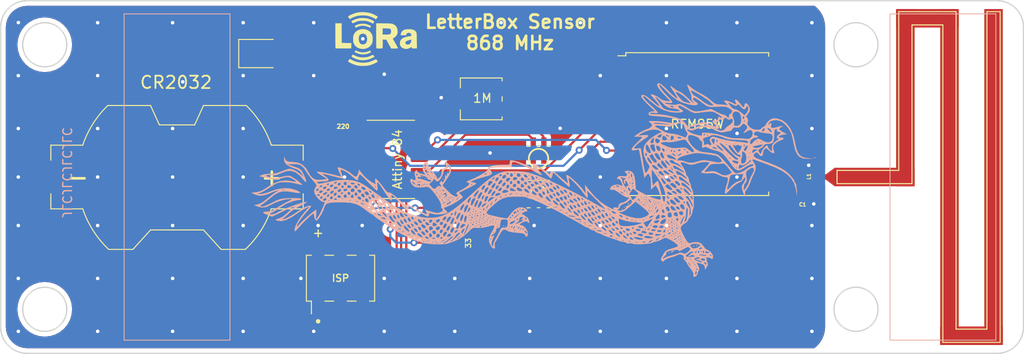
<source format=kicad_pcb>
(kicad_pcb (version 20171130) (host pcbnew "(5.1.2-1)-1")
  (layers (0 F.Cu signal) (31 B.Cu signal) (34 B.Paste user) (35 F.Paste user) (36 B.SilkS user) (37 F.SilkS user) (38 B.Mask user) (39 F.Mask user) (44 Edge.Cuts user))
  (net 0 "")
  (net 1 +3V3)
  (net 2 "Net-(U1-Pad2)")
  (net 3 "Net-(D1-Pad4)")
  (net 4 "Net-(D1-Pad3)")
  (net 5 "Net-(R2-Pad1)")
  (net 6 "Net-(U1-Pad12)")
  (net 7 "Net-(R1-Pad1)")
  (net 8 "Net-(U1-Pad13)")
  (net 9 GND)
  (net 10 "Net-(D2-Pad2)")
  (net 11 "Net-(D1-Pad1)")
  (net 12 "Net-(U2-Pad16)")
  (net 13 "Net-(U2-Pad15)")
  (net 14 "Net-(U2-Pad12)")
  (net 15 "Net-(U2-Pad11)")
  (net 16 "Net-(AE1-Pad1)")
  (net 17 "Net-(U2-Pad7)")
  (net 18 RST)
  (net 19 MOSI)
  (net 20 SCK)
  (net 21 MISO)
  (net 22 "Net-(C1-Pad1)")
  (net 23 "Net-(U1-Pad3)")
  (module Battery:BatteryHolder_Keystone_1058_1x2032 (layer F.Cu) (at 120 87.5 180)
    (fp_text reference CR2032 (at 0.112 10.7285) (layer F.SilkS) (effects (font (size 1.4 1.4) (thickness 0.2))))
    (fp_text value Conn_01x02)
    (pad 2 smd rect (at 14.68 0 180) (size 2.54 3.51) (layers F.Cu F.Paste F.Mask) (net 9 GND))
    (pad 1 smd rect (at -14.68 0 180) (size 2.54 3.51) (layers F.Cu F.Paste F.Mask) (net 1 +3V3))
  )
  (module Resistor_SMD:R_1206_3216Metric (layer F.Cu) (at 153 95)
    (fp_text reference R1)
    (fp_text value 33 (at 0.035 -0.004 270) (layer F.SilkS) (effects (font (size 0.6 0.6) (thickness 0.12))))
    (pad 2 smd roundrect (at 1.4 0) (size 1.25 1.75) (layers F.Cu F.Paste F.Mask) (roundrect_rratio 0.2) (net 11 "Net-(D1-Pad1)"))
    (pad 1 smd roundrect (at -1.4 0) (size 1.25 1.75) (layers F.Cu F.Paste F.Mask) (roundrect_rratio 0.2) (net 7 "Net-(R1-Pad1)"))
  )
  (module Resistor_SMD:R_1206_3216Metric (layer F.Cu) (at 138.8364 81.7372 90)
    (fp_text reference R2)
    (fp_text value 220 (at -0.031 -0.005 180) (layer F.SilkS) (effects (font (size 0.5 0.5) (thickness 0.125))))
    (pad 2 smd roundrect (at 1.4 0 90) (size 1.25 1.75) (layers F.Cu F.Paste F.Mask) (roundrect_rratio 0.2) (net 10 "Net-(D2-Pad2)"))
    (pad 1 smd roundrect (at -1.4 0 90) (size 1.25 1.75) (layers F.Cu F.Paste F.Mask) (roundrect_rratio 0.2) (net 5 "Net-(R2-Pad1)"))
  )
  (module Capacitor_SMD:C_0603_1608Metric_Pad1.05x0.95mm_HandSolder (layer F.Cu) (at 190.881 90.6145 270)
    (fp_text reference C1 (at 0.0082 -0.0627 180) (layer F.SilkS) (effects (font (size 0.4 0.4) (thickness 0.1))))
    (fp_text value C_Small)
    (pad 2 smd roundrect (at 0.875 0 270) (size 1.05 0.95) (layers F.Cu F.Paste F.Mask) (net 9 GND))
    (pad 1 smd roundrect (at -0.875 0 270) (size 1.05 0.95) (layers F.Cu F.Paste F.Mask) (net 22 "Net-(C1-Pad1)"))
  )
  (module Inductor_SMD:L_0603_1608Metric (layer F.Cu) (at 191.6692 87.4936 180)
    (fp_text reference L1 (at 0 0.0541 90) (layer F.SilkS) (effects (font (size 0.4 0.4) (thickness 0.1))))
    (fp_text value L)
    (pad 2 smd roundrect (at 0.7875 0 180) (size 0.875 0.95) (layers F.Cu F.Paste F.Mask) (net 22 "Net-(C1-Pad1)"))
    (pad 1 smd roundrect (at -0.7875 0 180) (size 0.875 0.95) (layers F.Cu F.Paste F.Mask) (net 16 "Net-(AE1-Pad1)"))
  )
  (module Package_DIP:HSDL-9100 (layer F.Cu) (at 161 87.5 90)
    (fp_text reference D1)
    (fp_text value HSDL-9100-021)
    (pad 4 smd rect (at 3 -0.6 90) (size 3 0.6) (layers F.Cu F.Paste F.Mask) (net 3 "Net-(D1-Pad4)"))
    (pad 2 smd rect (at -3 0.6 90) (size 3 0.6) (layers F.Cu F.Paste F.Mask) (net 9 GND))
    (pad 3 smd rect (at 3 0.6 90) (size 3 0.6) (layers F.Cu F.Paste F.Mask) (net 4 "Net-(D1-Pad3)"))
    (pad 1 smd rect (at -3 -0.6 90) (size 3 0.6) (layers F.Cu F.Paste F.Mask) (net 11 "Net-(D1-Pad1)"))
  )
  (module Antennas:TI-DN024-SL-SHORT (layer F.Cu) (at 207.6 87.5 270)
    (fp_text reference AE1)
    (fp_text value Antenna)
    (fp_poly (pts (xy -0.25 13.9954) (xy 0.25 13.9954) (xy 0.25 14.25) (xy -0.25 14.25)) (layer F.Cu) (width 0.1))
    (fp_poly (pts (xy 1 13) (xy -1 13) (xy -0.25 14) (xy 0.25 14)) (layer F.Cu) (width 0.1))
    (fp_poly (pts (xy 1 13) (xy -1 13) (xy -1 4) (xy 1 4)) (layer F.Cu) (width 0.1))
    (fp_poly (pts (xy -19 6) (xy 1 6) (xy 1 4) (xy -19 4)) (layer F.Cu) (width 0.1))
    (fp_poly (pts (xy -19 -1) (xy -19 6) (xy -17 6) (xy -17 -1)) (layer F.Cu) (width 0.1))
    (fp_poly (pts (xy 19 1) (xy -19 1) (xy -19 -1) (xy 19 -1)) (layer F.Cu) (width 0.1))
    (fp_poly (pts (xy 19 -6) (xy 19 1) (xy 17 1) (xy 17 -6)) (layer F.Cu) (width 0.1))
    (fp_poly (pts (xy -19 -4) (xy 19 -4) (xy 19 -6) (xy -19 -6)) (layer F.Cu) (width 0.1))
    (pad 1 smd rect (at 0 14.2 270) (size 0.6 0.2) (layers F.Cu F.Paste F.Mask) (net 16 "Net-(AE1-Pad1)"))
  )
  (module RF_Module:HOPERF_RFM9XW_SMD (layer F.Cu) (at 179 81.5)
    (fp_text reference U2)
    (fp_text value RFM95W (at 0 0) (layer F.SilkS))
    (pad 16 smd rect (at 8 -7) (size 2 1) (layers F.Cu F.Paste F.Mask) (net 12 "Net-(U2-Pad16)"))
    (pad 15 smd rect (at 8 -5) (size 2 1) (layers F.Cu F.Paste F.Mask) (net 13 "Net-(U2-Pad15)"))
    (pad 14 smd rect (at 8 -3) (size 2 1) (layers F.Cu F.Paste F.Mask) (net 2 "Net-(U1-Pad2)"))
    (pad 13 smd rect (at 8 -1) (size 2 1) (layers F.Cu F.Paste F.Mask) (net 1 +3V3))
    (pad 12 smd rect (at 8 1) (size 2 1) (layers F.Cu F.Paste F.Mask) (net 14 "Net-(U2-Pad12)"))
    (pad 11 smd rect (at 8 3) (size 2 1) (layers F.Cu F.Paste F.Mask) (net 15 "Net-(U2-Pad11)"))
    (pad 10 smd rect (at 8 5) (size 2 1) (layers F.Cu F.Paste F.Mask) (net 9 GND))
    (pad 9 smd rect (at 8 7) (size 2 1) (layers F.Cu F.Paste F.Mask) (net 22 "Net-(C1-Pad1)"))
    (pad 8 smd rect (at -8 7) (size 2 1) (layers F.Cu F.Paste F.Mask) (net 9 GND))
    (pad 7 smd rect (at -8 5) (size 2 1) (layers F.Cu F.Paste F.Mask) (net 17 "Net-(U2-Pad7)"))
    (pad 6 smd rect (at -8 3) (size 2 1) (layers F.Cu F.Paste F.Mask) (net 6 "Net-(U1-Pad12)"))
    (pad 5 smd rect (at -8 1) (size 2 1) (layers F.Cu F.Paste F.Mask) (net 23 "Net-(U1-Pad3)"))
    (pad 4 smd rect (at -8 -1) (size 2 1) (layers F.Cu F.Paste F.Mask) (net 20 SCK))
    (pad 3 smd rect (at -8 -3) (size 2 1) (layers F.Cu F.Paste F.Mask) (net 21 MISO))
    (pad 2 smd rect (at -8 -5) (size 2 1) (layers F.Cu F.Paste F.Mask) (net 19 MOSI))
    (pad 1 smd rect (at -8 -7) (size 2 1) (layers F.Cu F.Paste F.Mask) (net 9 GND))
  )
  (module Package_SO:SOIC-14_3.9x8.7mm_P1.27mm (layer F.Cu) (at 145 85.5)
    (fp_text reference "Attiny 84" (at 0 0 90) (layer F.SilkS))
    (fp_text value ATtiny84-20PU)
    (pad 14 smd roundrect (at 2.475 -3.81) (size 1.95 0.6) (layers F.Cu F.Paste F.Mask) (net 9 GND))
    (pad 13 smd roundrect (at 2.475 -2.54) (size 1.95 0.6) (layers F.Cu F.Paste F.Mask) (net 8 "Net-(U1-Pad13)"))
    (pad 12 smd roundrect (at 2.475 -1.27) (size 1.95 0.6) (layers F.Cu F.Paste F.Mask) (net 6 "Net-(U1-Pad12)"))
    (pad 11 smd roundrect (at 2.475 0) (size 1.95 0.6) (layers F.Cu F.Paste F.Mask) (net 4 "Net-(D1-Pad3)"))
    (pad 10 smd roundrect (at 2.475 1.27) (size 1.95 0.6) (layers F.Cu F.Paste F.Mask) (net 3 "Net-(D1-Pad4)"))
    (pad 9 smd roundrect (at 2.475 2.54) (size 1.95 0.6) (layers F.Cu F.Paste F.Mask) (net 20 SCK))
    (pad 8 smd roundrect (at 2.475 3.81) (size 1.95 0.6) (layers F.Cu F.Paste F.Mask) (net 21 MISO))
    (pad 7 smd roundrect (at -2.475 3.81) (size 1.95 0.6) (layers F.Cu F.Paste F.Mask) (net 19 MOSI))
    (pad 6 smd roundrect (at -2.475 2.54) (size 1.95 0.6) (layers F.Cu F.Paste F.Mask) (net 7 "Net-(R1-Pad1)"))
    (pad 5 smd roundrect (at -2.475 1.27) (size 1.95 0.6) (layers F.Cu F.Paste F.Mask) (net 5 "Net-(R2-Pad1)"))
    (pad 4 smd roundrect (at -2.475 0) (size 1.95 0.6) (layers F.Cu F.Paste F.Mask) (net 18 RST))
    (pad 3 smd roundrect (at -2.475 -1.27) (size 1.95 0.6) (layers F.Cu F.Paste F.Mask) (net 23 "Net-(U1-Pad3)"))
    (pad 2 smd roundrect (at -2.475 -2.54) (size 1.95 0.6) (layers F.Cu F.Paste F.Mask) (net 2 "Net-(U1-Pad2)"))
    (pad 1 smd roundrect (at -2.475 -3.81) (size 1.95 0.6) (layers F.Cu F.Paste F.Mask) (net 1 +3V3))
  )
  (module Connector_PinHeader_2.54mm:PinHeader_2x03_P2.54mm_Vertical_SMD (layer F.Cu) (at 138.54 98.975 90)
    (fp_text reference ISP (at 0 0) (layer F.SilkS) (effects (font (size 0.8 0.8))))
    (fp_text value AVR-ISP-6)
    (fp_text user + (at 5.08 -2.6035 90) (layer F.SilkS))
    (pad "" connect circle (at -4.8895 -2.54 90) (size 0.5 0.5) (layers F.SilkS))
    (pad 6 smd rect (at 2.525 2.54 90) (size 3.15 1) (layers F.Cu F.Paste F.Mask) (net 9 GND))
    (pad 5 smd rect (at -2.525 2.54 90) (size 3.15 1) (layers F.Cu F.Paste F.Mask) (net 18 RST))
    (pad 4 smd rect (at 2.525 0 90) (size 3.15 1) (layers F.Cu F.Paste F.Mask) (net 19 MOSI))
    (pad 3 smd rect (at -2.525 0 90) (size 3.15 1) (layers F.Cu F.Paste F.Mask) (net 20 SCK))
    (pad 2 smd rect (at 2.525 -2.54 90) (size 3.15 1) (layers F.Cu F.Paste F.Mask) (net 1 +3V3))
    (pad 1 smd rect (at -2.525 -2.54 90) (size 3.15 1) (layers F.Cu F.Paste F.Mask) (net 21 MISO))
  )
  (module Logos:LoRa (layer F.Cu) (at 142.9004 71.882)
    (fp_text reference G*** hide)
    (fp_text value LOGO hide)
  )
  (module Logos:dragon3 (layer B.Cu) (at 160.5 88 180)
    (fp_text reference G*** hide)
    (fp_text value LOGO hide)
  )
  (module LED_SMD:LED_PLCC_2835_Handsoldering (layer F.Cu) (at 129.5 73.5)
    (fp_text reference D2)
    (fp_text value LED)
    (pad 2 smd rect (at 1.525 0) (size 1.55 2.2) (layers F.Cu F.Paste F.Mask) (net 10 "Net-(D2-Pad2)"))
    (pad 1 smd rect (at -1.05 0) (size 2.5 2.2) (layers F.Cu F.Paste F.Mask) (net 9 GND))
  )
  (module Potentiometer_SMD:Potentiometer_Bourns_3314G_Vertical (layer F.Cu) (at 154.5 78.6384 270)
    (fp_text reference R3)
    (fp_text value 1M (at -0.0715 -0.132) (layer F.SilkS))
    (pad 3 smd rect (at -1.15 -2.75 270) (size 1.3 1.3) (layers F.Cu F.Paste F.Mask))
    (pad 2 smd rect (at 0 2.75 270) (size 2 1.3) (layers F.Cu F.Paste F.Mask) (net 9 GND))
    (pad 1 smd rect (at 1.15 -2.75 270) (size 1.3 1.3) (layers F.Cu F.Paste F.Mask) (net 4 "Net-(D1-Pad3)"))
  )
  (gr_text JLCJLCJLCJLC (at 107.5 87 270) (layer B.SilkS) (effects (font (size 1 1)) (justify mirror)))
  (gr_line (start 212.8595 69) (end 212.8595 106) (layer B.SilkS) (width 0.1))
  (gr_line (start 212.8595 106) (end 200.8595 106) (layer B.SilkS) (width 0.1))
  (gr_line (start 200.8595 106) (end 200.8595 69) (layer B.SilkS) (width 0.1))
  (gr_line (start 200.8595 69) (end 212.8595 69) (layer B.SilkS) (width 0.1))
  (gr_line (start 114 106) (end 114 69) (layer B.SilkS) (width 0.1))
  (gr_line (start 126 106) (end 114 106) (layer B.SilkS) (width 0.1))
  (gr_line (start 126 69) (end 126 106) (layer B.SilkS) (width 0.1))
  (gr_line (start 114 69) (end 126 69) (layer B.SilkS) (width 0.1))
  (gr_text - (at 108.75 87.5) (layer F.SilkS) (effects (font (size 2 2) (thickness 0.3))))
  (gr_text + (at 130.75 87.5) (layer F.SilkS) (effects (font (size 2 2) (thickness 0.3))))
  (gr_arc (start 103 104.5) (end 100 104.5) (angle -90) (layer Edge.Cuts) (width 0.15))
  (gr_arc (start 103 70.5) (end 103 67.5) (angle -90) (layer Edge.Cuts) (width 0.15))
  (gr_arc (start 213 104.5) (end 213 107.5) (angle -90) (layer Edge.Cuts) (width 0.15))
  (gr_arc (start 213 70.5) (end 216 70.5) (angle -90) (layer Edge.Cuts) (width 0.15))
  (gr_text "LetterBox Sensor\n868 MHz" (at 157.7594 71.1) (layer F.SilkS) (effects (font (size 1.5 1.5) (thickness 0.3))))
  (gr_circle (center 197 72.5) (end 197 75) (layer Edge.Cuts) (width 0.15))
  (gr_circle (center 197 102.5) (end 197 105) (layer Edge.Cuts) (width 0.15))
  (gr_circle (center 105 102.5) (end 105 105) (layer Edge.Cuts) (width 0.15))
  (gr_circle (center 105 72.5) (end 105 70) (layer Edge.Cuts) (width 0.15))
  (gr_line (start 100 104.5) (end 100 70.5) (layer Edge.Cuts) (width 0.15))
  (gr_line (start 213 107.5) (end 103 107.5) (layer Edge.Cuts) (width 0.15))
  (gr_line (start 216 70.5) (end 216 104.5) (layer Edge.Cuts) (width 0.15))
  (gr_line (start 103 67.5) (end 213 67.5) (layer Edge.Cuts) (width 0.15))
  (segment (start 134.68 89.505) (end 134.68 87.5) (width 0.25) (layer F.Cu) (net 1))
  (segment (start 135.25 96.45) (end 134.68 95.88) (width 0.25) (layer F.Cu) (net 1))
  (segment (start 134.68 95.88) (end 134.68 89.505) (width 0.25) (layer F.Cu) (net 1))
  (segment (start 136 96.45) (end 135.25 96.45) (width 0.25) (layer F.Cu) (net 1))
  (segment (start 142.525 81.69) (end 135.8356 81.69) (width 0.75) (layer F.Cu) (net 1))
  (segment (start 134.68 82.8456) (end 134.68 87.5) (width 0.75) (layer F.Cu) (net 1))
  (segment (start 135.8356 81.69) (end 134.68 82.8456) (width 0.75) (layer F.Cu) (net 1))
  (segment (start 142.525 78.709) (end 146.812 74.422) (width 0.75) (layer F.Cu) (net 1))
  (segment (start 185.148 80.5) (end 187 80.5) (width 0.75) (layer F.Cu) (net 1))
  (segment (start 164.973 74.422) (end 167.894 71.501) (width 0.75) (layer F.Cu) (net 1))
  (segment (start 146.812 74.422) (end 164.973 74.422) (width 0.75) (layer F.Cu) (net 1))
  (segment (start 142.525 81.69) (end 142.525 78.709) (width 0.75) (layer F.Cu) (net 1))
  (segment (start 167.894 71.501) (end 176.149 71.501) (width 0.75) (layer F.Cu) (net 1))
  (segment (start 176.149 71.501) (end 185.148 80.5) (width 0.75) (layer F.Cu) (net 1))
  (segment (start 188.177 81.5) (end 188.75 80.927) (width 0.25) (layer F.Cu) (net 2))
  (segment (start 175.4632 72.4916) (end 184.4716 81.5) (width 0.25) (layer F.Cu) (net 2))
  (segment (start 168.5084 72.4916) (end 175.4632 72.4916) (width 0.25) (layer F.Cu) (net 2))
  (segment (start 147.2594 75.397) (end 165.603 75.397) (width 0.25) (layer F.Cu) (net 2))
  (segment (start 165.603 75.397) (end 168.5084 72.4916) (width 0.25) (layer F.Cu) (net 2))
  (segment (start 143.9672 78.6892) (end 147.2594 75.397) (width 0.25) (layer F.Cu) (net 2))
  (segment (start 184.4716 81.5) (end 188.177 81.5) (width 0.25) (layer F.Cu) (net 2))
  (segment (start 143.9672 82.5928) (end 143.9672 78.6892) (width 0.25) (layer F.Cu) (net 2))
  (segment (start 143.6 82.96) (end 143.9672 82.5928) (width 0.25) (layer F.Cu) (net 2))
  (segment (start 142.525 82.96) (end 143.6 82.96) (width 0.25) (layer F.Cu) (net 2))
  (segment (start 188.1645 78.5) (end 187 78.5) (width 0.25) (layer F.Cu) (net 2))
  (segment (start 188.75 79.0855) (end 188.1645 78.5) (width 0.25) (layer F.Cu) (net 2))
  (segment (start 188.75 80.927) (end 188.75 79.0855) (width 0.25) (layer F.Cu) (net 2))
  (segment (start 160.45 83.3) (end 160.45 84.5) (width 0.25) (layer F.Cu) (net 3))
  (segment (start 159.8524 82.7024) (end 160.45 83.3) (width 0.25) (layer F.Cu) (net 3))
  (segment (start 152.7048 82.7024) (end 159.8524 82.7024) (width 0.25) (layer F.Cu) (net 3))
  (segment (start 148.6372 86.77) (end 152.7048 82.7024) (width 0.25) (layer F.Cu) (net 3))
  (segment (start 147.475 86.77) (end 148.6372 86.77) (width 0.25) (layer F.Cu) (net 3))
  (segment (start 148.55 85.5) (end 152.0588 81.9912) (width 0.25) (layer F.Cu) (net 4))
  (segment (start 147.475 85.5) (end 148.55 85.5) (width 0.25) (layer F.Cu) (net 4))
  (segment (start 161.55 82.8996) (end 161.55 84.5) (width 0.25) (layer F.Cu) (net 4))
  (segment (start 160.6416 81.9912) (end 161.55 82.8996) (width 0.25) (layer F.Cu) (net 4))
  (segment (start 159.8676 81.9912) (end 160.6416 81.9912) (width 0.25) (layer F.Cu) (net 4))
  (segment (start 158.25 81.9824) (end 158.2412 81.9912) (width 0.25) (layer F.Cu) (net 4))
  (segment (start 158.2412 81.9912) (end 159.8676 81.9912) (width 0.25) (layer F.Cu) (net 4))
  (segment (start 157.3022 81.9912) (end 157.25 81.939) (width 0.25) (layer F.Cu) (net 4))
  (segment (start 157.25 81.939) (end 157.25 79.7884) (width 0.25) (layer F.Cu) (net 4))
  (segment (start 152.0588 81.9912) (end 157.3022 81.9912) (width 0.25) (layer F.Cu) (net 4))
  (segment (start 157.3022 81.9912) (end 158.2412 81.9912) (width 0.25) (layer F.Cu) (net 4))
  (segment (start 138.8364 83.1372) (end 140.0332 83.1372) (width 0.25) (layer F.Cu) (net 5))
  (segment (start 140.0332 83.1372) (end 140.6652 83.7692) (width 0.25) (layer F.Cu) (net 5))
  (segment (start 140.6652 86.2656) (end 141.1696 86.77) (width 0.25) (layer F.Cu) (net 5))
  (segment (start 140.6652 83.7692) (end 140.6652 86.2656) (width 0.25) (layer F.Cu) (net 5))
  (segment (start 141.1696 86.77) (end 142.525 86.77) (width 0.25) (layer F.Cu) (net 5))
  (via (at 149.5425 83.289147) (size 0.8) (drill 0.4) (layers F.Cu B.Cu) (net 6))
  (via (at 168.7068 84.4804) (size 0.8) (drill 0.4) (layers F.Cu B.Cu) (net 6))
  (segment (start 168.7264 84.5) (end 168.7068 84.4804) (width 0.25) (layer F.Cu) (net 6))
  (segment (start 171 84.5) (end 168.7264 84.5) (width 0.25) (layer F.Cu) (net 6))
  (segment (start 167.515547 83.289147) (end 168.7068 84.4804) (width 0.25) (layer B.Cu) (net 6))
  (segment (start 149.735547 83.289147) (end 167.515547 83.289147) (width 0.25) (layer B.Cu) (net 6))
  (segment (start 148.601647 84.23) (end 147.475 84.23) (width 0.25) (layer F.Cu) (net 6))
  (segment (start 149.5425 83.289147) (end 148.601647 84.23) (width 0.25) (layer F.Cu) (net 6))
  (via (at 144.182 93.4212) (size 0.8) (drill 0.4) (layers F.Cu B.Cu) (net 7))
  (via (at 146.8628 94.9452) (size 0.8) (drill 0.4) (layers F.Cu B.Cu) (net 7))
  (segment (start 151.5325 94.9325) (end 151.6 95) (width 0.25) (layer F.Cu) (net 7))
  (segment (start 143.8184 88.04) (end 142.525 88.04) (width 0.25) (layer F.Cu) (net 7))
  (segment (start 144.182 88.4036) (end 143.8184 88.04) (width 0.25) (layer F.Cu) (net 7))
  (segment (start 144.182 93.0275) (end 144.182 88.4036) (width 0.25) (layer F.Cu) (net 7))
  (segment (start 144.8424 94.9452) (end 146.8628 94.9452) (width 0.25) (layer B.Cu) (net 7))
  (segment (start 144.182 94.2848) (end 144.8424 94.9452) (width 0.25) (layer B.Cu) (net 7))
  (segment (start 151.5452 94.9452) (end 151.6 95) (width 0.25) (layer F.Cu) (net 7))
  (segment (start 146.8628 94.9452) (end 151.5452 94.9452) (width 0.25) (layer F.Cu) (net 7))
  (segment (start 144.182 94.2848) (end 144.182 93.4212) (width 0.25) (layer B.Cu) (net 7))
  (via (at 143.5 75.8444) (size 0.8) (drill 0.4) (layers F.Cu B.Cu) (net 9))
  (via (at 127.5 87.5) (size 0.8) (drill 0.4) (layers F.Cu B.Cu) (net 9))
  (via (at 139 87.5) (size 0.8) (drill 0.4) (layers F.Cu B.Cu) (net 9))
  (via (at 119.5 87.5) (size 0.8) (drill 0.4) (layers F.Cu B.Cu) (net 9))
  (via (at 111 87.5) (size 0.8) (drill 0.4) (layers F.Cu B.Cu) (net 9))
  (via (at 151.5 93) (size 0.8) (drill 0.4) (layers F.Cu B.Cu) (net 9))
  (via (at 127.5 76) (size 0.8) (drill 0.4) (layers F.Cu B.Cu) (net 9))
  (via (at 135.5 76) (size 0.8) (drill 0.4) (layers F.Cu B.Cu) (net 9))
  (via (at 168 93) (size 0.8) (drill 0.4) (layers F.Cu B.Cu) (net 9))
  (via (at 160.5 93) (size 0.8) (drill 0.4) (layers F.Cu B.Cu) (net 9))
  (via (at 143.5 99) (size 0.8) (drill 0.4) (layers F.Cu B.Cu) (net 9))
  (via (at 134.0485 98.9965) (size 0.8) (drill 0.4) (layers F.Cu B.Cu) (net 9))
  (via (at 168 87.5) (size 0.8) (drill 0.4) (layers F.Cu B.Cu) (net 9))
  (via (at 111 82) (size 0.8) (drill 0.4) (layers F.Cu B.Cu) (net 9))
  (via (at 119.5 82) (size 0.8) (drill 0.4) (layers F.Cu B.Cu) (net 9))
  (via (at 127.5 82) (size 0.8) (drill 0.4) (layers F.Cu B.Cu) (net 9))
  (via (at 127.5 93) (size 0.8) (drill 0.4) (layers F.Cu B.Cu) (net 9))
  (via (at 119.5 93) (size 0.8) (drill 0.4) (layers F.Cu B.Cu) (net 9))
  (via (at 111 93) (size 0.8) (drill 0.4) (layers F.Cu B.Cu) (net 9))
  (via (at 120.65 76.708) (size 0.8) (drill 0.4) (layers F.Cu B.Cu) (net 9))
  (via (at 119.5 99) (size 0.8) (drill 0.4) (layers F.Cu B.Cu) (net 9))
  (via (at 127.5 99) (size 0.8) (drill 0.4) (layers F.Cu B.Cu) (net 9))
  (via (at 183.515 82.55) (size 0.8) (drill 0.4) (layers F.Cu B.Cu) (net 9))
  (via (at 183.5 87.5) (size 0.8) (drill 0.4) (layers F.Cu B.Cu) (net 9))
  (via (at 175.5 93) (size 0.8) (drill 0.4) (layers F.Cu B.Cu) (net 9))
  (via (at 183.5 93) (size 0.8) (drill 0.4) (layers F.Cu B.Cu) (net 9))
  (via (at 175.5 70) (size 0.8) (drill 0.4) (layers F.Cu B.Cu) (net 9))
  (via (at 175.5 82) (size 0.8) (drill 0.4) (layers F.Cu B.Cu) (net 9))
  (via (at 175.5 99) (size 0.8) (drill 0.4) (layers F.Cu B.Cu) (net 9))
  (via (at 160 99) (size 0.8) (drill 0.4) (layers F.Cu B.Cu) (net 9))
  (via (at 168 99) (size 0.8) (drill 0.4) (layers F.Cu B.Cu) (net 9))
  (via (at 151.5 99) (size 0.8) (drill 0.4) (layers F.Cu B.Cu) (net 9))
  (via (at 168 76) (size 0.8) (drill 0.4) (layers F.Cu B.Cu) (net 9))
  (via (at 183.5 76) (size 0.8) (drill 0.4) (layers F.Cu B.Cu) (net 9))
  (via (at 183.5 99) (size 0.8) (drill 0.4) (layers F.Cu B.Cu) (net 9))
  (via (at 111 76) (size 0.8) (drill 0.4) (layers F.Cu B.Cu) (net 9))
  (via (at 111 99) (size 0.8) (drill 0.4) (layers F.Cu B.Cu) (net 9))
  (via (at 191.643 86.1695) (size 0.8) (drill 0.4) (layers F.Cu B.Cu) (net 9))
  (via (at 175.5 87.5) (size 0.8) (drill 0.4) (layers F.Cu B.Cu) (net 9))
  (via (at 102.0064 105.0036) (size 0.8) (drill 0.4) (layers F.Cu B.Cu) (net 9))
  (via (at 102.0064 69.9836) (size 0.8) (drill 0.4) (layers F.Cu B.Cu) (net 9))
  (via (at 155.5 84.7725) (size 0.8) (drill 0.4) (layers F.Cu B.Cu) (net 9))
  (via (at 192.2145 90.551) (size 0.8) (drill 0.4) (layers F.Cu B.Cu) (net 9))
  (via (at 136 93) (size 0.8) (drill 0.4) (layers F.Cu B.Cu) (net 9))
  (via (at 141 93) (size 0.8) (drill 0.4) (layers F.Cu B.Cu) (net 9))
  (via (at 163.449 81.9785) (size 0.8) (drill 0.4) (layers F.Cu B.Cu) (net 9))
  (via (at 168 105) (size 0.8) (drill 0.4) (layers F.Cu B.Cu) (net 9))
  (via (at 160 105) (size 0.8) (drill 0.4) (layers F.Cu B.Cu) (net 9))
  (via (at 151.5 105) (size 0.8) (drill 0.4) (layers F.Cu B.Cu) (net 9))
  (via (at 143.5 105.0036) (size 0.8) (drill 0.4) (layers F.Cu B.Cu) (net 9))
  (via (at 135.5 105) (size 0.8) (drill 0.4) (layers F.Cu B.Cu) (net 9))
  (via (at 127.5 105) (size 0.8) (drill 0.4) (layers F.Cu B.Cu) (net 9))
  (via (at 192 70) (size 0.8) (drill 0.4) (layers F.Cu B.Cu) (net 9))
  (via (at 183.5 70) (size 0.8) (drill 0.4) (layers F.Cu B.Cu) (net 9))
  (via (at 175.5 76) (size 0.8) (drill 0.4) (layers F.Cu B.Cu) (net 9))
  (via (at 156.75 70) (size 0.8) (drill 0.4) (layers F.Cu B.Cu) (net 9))
  (via (at 135.5 70) (size 0.8) (drill 0.4) (layers F.Cu B.Cu) (net 9))
  (via (at 127.5 70) (size 0.8) (drill 0.4) (layers F.Cu B.Cu) (net 9))
  (via (at 119.5 70) (size 0.8) (drill 0.4) (layers F.Cu B.Cu) (net 9))
  (via (at 111 70) (size 0.8) (drill 0.4) (layers F.Cu B.Cu) (net 9))
  (via (at 102 87.5) (size 0.8) (drill 0.4) (layers F.Cu B.Cu) (net 9))
  (via (at 102 93) (size 0.8) (drill 0.4) (layers F.Cu B.Cu) (net 9))
  (via (at 102 99) (size 0.8) (drill 0.4) (layers F.Cu B.Cu) (net 9))
  (via (at 102 76) (size 0.8) (drill 0.4) (layers F.Cu B.Cu) (net 9))
  (via (at 102 82) (size 0.8) (drill 0.4) (layers F.Cu B.Cu) (net 9))
  (via (at 175.5 105) (size 0.8) (drill 0.4) (layers F.Cu B.Cu) (net 9))
  (via (at 141.0716 71.8312) (size 0.8) (drill 0.4) (layers F.Cu B.Cu) (net 9))
  (via (at 192 99) (size 0.8) (drill 0.4) (layers F.Cu B.Cu) (net 9))
  (via (at 192 105) (size 0.8) (drill 0.4) (layers F.Cu B.Cu) (net 9))
  (via (at 165.75 70) (size 0.8) (drill 0.4) (layers F.Cu B.Cu) (net 9))
  (via (at 192 76) (size 0.8) (drill 0.4) (layers F.Cu B.Cu) (net 9))
  (via (at 192 82) (size 0.8) (drill 0.4) (layers F.Cu B.Cu) (net 9))
  (via (at 183.5 105) (size 0.8) (drill 0.4) (layers F.Cu B.Cu) (net 9))
  (via (at 192 93) (size 0.8) (drill 0.4) (layers F.Cu B.Cu) (net 9))
  (via (at 119.5 105) (size 0.8) (drill 0.4) (layers F.Cu B.Cu) (net 9))
  (via (at 149.9616 78.5) (size 0.8) (drill 0.4) (layers F.Cu B.Cu) (net 9))
  (via (at 111 105) (size 0.8) (drill 0.4) (layers F.Cu B.Cu) (net 9))
  (segment (start 139.618 80.563) (end 139.6365 80.5815) (width 0.25) (layer F.Cu) (net 10))
  (segment (start 138.8364 80.3372) (end 138.8364 76.3364) (width 0.25) (layer F.Cu) (net 10))
  (segment (start 136 73.5) (end 131.025 73.5) (width 0.25) (layer F.Cu) (net 10))
  (segment (start 138.8364 76.3364) (end 136 73.5) (width 0.25) (layer F.Cu) (net 10))
  (segment (start 154.45 94.95) (end 154.4 95) (width 0.25) (layer F.Cu) (net 11))
  (segment (start 157.15 95) (end 160.45 91.7) (width 0.25) (layer F.Cu) (net 11))
  (segment (start 160.45 91.7) (end 160.45 90.5) (width 0.25) (layer F.Cu) (net 11))
  (segment (start 154.4 95) (end 157.15 95) (width 0.25) (layer F.Cu) (net 11))
  (segment (start 192.4566 87.4935) (end 192.4567 87.4936) (width 0.25) (layer F.Cu) (net 16))
  (segment (start 193.2936 87.4936) (end 193.3 87.5) (width 0.25) (layer F.Cu) (net 16))
  (segment (start 192.4567 87.4936) (end 193.2936 87.4936) (width 0.59) (layer F.Cu) (net 16))
  (segment (start 143.3 85.5) (end 142.3 85.5) (width 0.25) (layer F.Cu) (net 18))
  (segment (start 144.907 87.107) (end 143.3 85.5) (width 0.25) (layer F.Cu) (net 18))
  (segment (start 144.907 99.7966) (end 144.907 87.107) (width 0.25) (layer F.Cu) (net 18))
  (segment (start 143.2036 101.5) (end 144.907 99.7966) (width 0.25) (layer F.Cu) (net 18))
  (segment (start 141.08 101.5) (end 143.2036 101.5) (width 0.25) (layer F.Cu) (net 18))
  (via (at 147 91) (size 0.8) (drill 0.4) (layers F.Cu B.Cu) (net 19))
  (segment (start 141.85 89.31) (end 142.3 89.31) (width 0.25) (layer F.Cu) (net 19))
  (segment (start 138.54 92.62) (end 141.85 89.31) (width 0.25) (layer F.Cu) (net 19))
  (segment (start 138.54 96.45) (end 138.54 92.62) (width 0.25) (layer F.Cu) (net 19))
  (via (at 142.5 90.75) (size 0.8) (drill 0.4) (layers F.Cu B.Cu) (net 19))
  (segment (start 142.525 89.31) (end 142.525 90.7598) (width 0.25) (layer F.Cu) (net 19))
  (segment (start 142.75 91) (end 142.5 90.75) (width 0.25) (layer B.Cu) (net 19))
  (segment (start 147 91) (end 142.75 91) (width 0.25) (layer B.Cu) (net 19))
  (segment (start 157.2664 88.25) (end 156.7584 88.25) (width 0.25) (layer F.Cu) (net 19))
  (segment (start 151.9324 88.25) (end 157.2664 88.25) (width 0.25) (layer F.Cu) (net 19))
  (segment (start 150.9164 88.25) (end 151.9324 88.25) (width 0.25) (layer F.Cu) (net 19))
  (segment (start 148.1664 91) (end 150.9164 88.25) (width 0.25) (layer F.Cu) (net 19))
  (segment (start 147 91) (end 148.1664 91) (width 0.25) (layer F.Cu) (net 19))
  (segment (start 171.45001 76.5175) (end 171.45001 76.3136) (width 0.25) (layer F.Cu) (net 19))
  (segment (start 172.085002 85.5) (end 173.1772 84.407802) (width 0.25) (layer F.Cu) (net 19))
  (segment (start 167.25 85.5) (end 172.085002 85.5) (width 0.25) (layer F.Cu) (net 19))
  (segment (start 164.5 88.25) (end 167.25 85.5) (width 0.25) (layer F.Cu) (net 19))
  (segment (start 157.2664 88.25) (end 164.5 88.25) (width 0.25) (layer F.Cu) (net 19))
  (segment (start 171.5 76.5) (end 171 76.5) (width 0.25) (layer F.Cu) (net 19))
  (segment (start 173.1772 78.1772) (end 171.5 76.5) (width 0.25) (layer F.Cu) (net 19))
  (segment (start 173.1772 79.2988) (end 173.1772 78.1772) (width 0.25) (layer F.Cu) (net 19))
  (segment (start 173.1772 84.407802) (end 173.1772 79.2988) (width 0.25) (layer F.Cu) (net 19))
  (segment (start 146.5925 88.04) (end 147.7 88.04) (width 0.25) (layer F.Cu) (net 20))
  (segment (start 145.415 99.9998) (end 145.415 89.2175) (width 0.25) (layer F.Cu) (net 20))
  (segment (start 141.7828 103.632) (end 145.415 99.9998) (width 0.25) (layer F.Cu) (net 20))
  (segment (start 138.847 103.632) (end 141.7828 103.632) (width 0.25) (layer F.Cu) (net 20))
  (segment (start 145.415 89.2175) (end 146.5925 88.04) (width 0.25) (layer F.Cu) (net 20))
  (segment (start 138.54 103.325) (end 138.847 103.632) (width 0.25) (layer F.Cu) (net 20))
  (segment (start 138.54 101.5) (end 138.54 103.325) (width 0.25) (layer F.Cu) (net 20))
  (segment (start 170.5 80.5) (end 171 80.5) (width 0.25) (layer F.Cu) (net 20))
  (segment (start 166.926002 81.534) (end 169.466 81.534) (width 0.25) (layer F.Cu) (net 20))
  (segment (start 161.710002 86.75) (end 166.926002 81.534) (width 0.25) (layer F.Cu) (net 20))
  (segment (start 169.466 81.534) (end 170.5 80.5) (width 0.25) (layer F.Cu) (net 20))
  (segment (start 149.978 86.75) (end 161.710002 86.75) (width 0.25) (layer F.Cu) (net 20))
  (segment (start 148.688 88.04) (end 149.978 86.75) (width 0.25) (layer F.Cu) (net 20))
  (segment (start 147.475 88.04) (end 148.688 88.04) (width 0.25) (layer F.Cu) (net 20))
  (segment (start 156.75 87.5) (end 156.9436 87.5) (width 0.25) (layer F.Cu) (net 21))
  (segment (start 151.3048 87.5) (end 156.9436 87.5) (width 0.25) (layer F.Cu) (net 21))
  (segment (start 150.4472 87.5) (end 151.3048 87.5) (width 0.25) (layer F.Cu) (net 21))
  (segment (start 148.6372 89.31) (end 150.4472 87.5) (width 0.25) (layer F.Cu) (net 21))
  (segment (start 147.475 89.31) (end 148.6372 89.31) (width 0.25) (layer F.Cu) (net 21))
  (segment (start 136 102.575) (end 136 101.5) (width 0.25) (layer F.Cu) (net 21))
  (segment (start 146.4 89.31) (end 146 89.71) (width 0.25) (layer F.Cu) (net 21))
  (segment (start 142.074195 104.204205) (end 137.629205 104.204205) (width 0.25) (layer F.Cu) (net 21))
  (segment (start 147.475 89.31) (end 146.4 89.31) (width 0.25) (layer F.Cu) (net 21))
  (segment (start 146 100.2784) (end 142.074195 104.204205) (width 0.25) (layer F.Cu) (net 21))
  (segment (start 137.629205 104.204205) (end 136 102.575) (width 0.25) (layer F.Cu) (net 21))
  (segment (start 146 89.71) (end 146 100.2784) (width 0.25) (layer F.Cu) (net 21))
  (segment (start 171.5 78.5) (end 171 78.5) (width 0.25) (layer F.Cu) (net 21))
  (segment (start 168 83.5) (end 172.085002 83.5) (width 0.25) (layer F.Cu) (net 21))
  (segment (start 172.5 79.5) (end 171.5 78.5) (width 0.25) (layer F.Cu) (net 21))
  (segment (start 156.9436 87.5) (end 164 87.5) (width 0.25) (layer F.Cu) (net 21))
  (segment (start 164 87.5) (end 168 83.5) (width 0.25) (layer F.Cu) (net 21))
  (segment (start 172.085002 83.5) (end 172.5 83.085002) (width 0.25) (layer F.Cu) (net 21))
  (segment (start 172.5 83.085002) (end 172.5 79.5) (width 0.25) (layer F.Cu) (net 21))
  (segment (start 190.85 88.5) (end 190.8817 88.5317) (width 0.25) (layer F.Cu) (net 22))
  (segment (start 187 88.5) (end 190.85 88.5) (width 0.8) (layer F.Cu) (net 22))
  (segment (start 190.8817 87.4936) (end 190.8817 88.5317) (width 0.8) (layer F.Cu) (net 22))
  (segment (start 190.881 88.5324) (end 190.881 89.7395) (width 0.8) (layer F.Cu) (net 22))
  (segment (start 190.8817 88.5317) (end 190.881 88.5324) (width 0.25) (layer F.Cu) (net 22))
  (via (at 144.4625 84.2645) (size 0.8) (drill 0.4) (layers F.Cu B.Cu) (net 23))
  (segment (start 144.428 84.23) (end 144.4625 84.2645) (width 0.25) (layer F.Cu) (net 23))
  (segment (start 142.3 84.23) (end 144.428 84.23) (width 0.25) (layer F.Cu) (net 23))
  (via (at 165.608 84.455) (size 0.8) (drill 0.4) (layers F.Cu B.Cu) (net 23))
  (segment (start 144.477 84.25) (end 144.4625 84.2645) (width 0.25) (layer B.Cu) (net 23))
  (segment (start 170.0284 82.5) (end 171 82.5) (width 0.25) (layer F.Cu) (net 23))
  (segment (start 144.4625 84.2645) (end 146.431 86.233) (width 0.25) (layer B.Cu) (net 23))
  (segment (start 146.431 86.233) (end 162.052 86.233) (width 0.25) (layer B.Cu) (net 23))
  (segment (start 162.052 86.233) (end 162.56 86.233) (width 0.25) (layer B.Cu) (net 23))
  (segment (start 167.563 82.5) (end 165.608 84.455) (width 0.25) (layer F.Cu) (net 23))
  (segment (start 171 82.5) (end 169.368 82.5) (width 0.25) (layer F.Cu) (net 23))
  (segment (start 169.368 82.5) (end 167.563 82.5) (width 0.25) (layer F.Cu) (net 23))
  (segment (start 169.368 82.5) (end 167.7535 82.5) (width 0.25) (layer F.Cu) (net 23))
  (segment (start 163.83 86.233) (end 165.608 84.455) (width 0.25) (layer B.Cu) (net 23))
  (segment (start 162.8775 86.233) (end 163.83 86.233) (width 0.25) (layer B.Cu) (net 23))
  (segment (start 162.052 86.233) (end 162.8775 86.233) (width 0.25) (layer B.Cu) (net 23))
  (zone (net 9) (net_name GND) (layer F.Cu) (connect_pads (clearance 0.508)) (min_thickness 0.254) (fill yes (arc_segments 32) (thermal_gap 0.508) (thermal_bridge_width 0.508) (smoothing fillet) (radius 3))
    (polygon (pts (xy 100.0268 67.531) (xy 193.5 67.469) (xy 193.5 107.4928) (xy 100 107.5)))
  )
  (zone (net 9) (net_name GND) (layer B.Cu) (connect_pads (clearance 0.508)) (min_thickness 0.254) (fill yes (arc_segments 32) (thermal_gap 0.508) (thermal_bridge_width 0.508) (smoothing fillet) (radius 3))
    (polygon (pts (xy 193.5 67.5) (xy 193.5 107.5) (xy 100 107.5) (xy 100 67.435)))
  )
)
</source>
